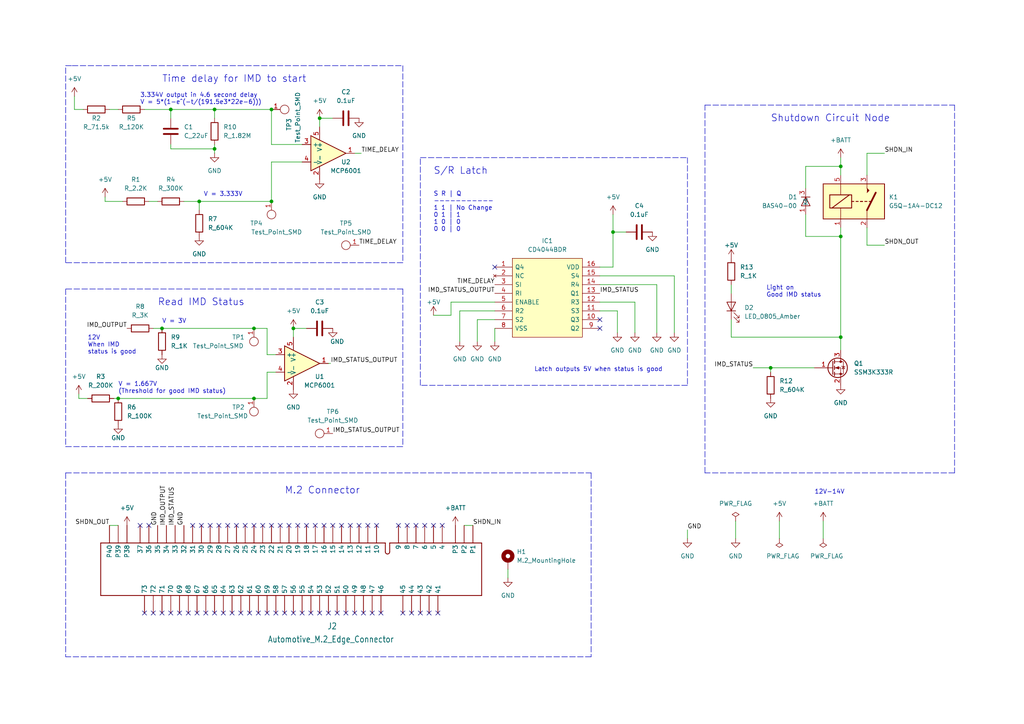
<source format=kicad_sch>
(kicad_sch (version 20211123) (generator eeschema)
  (paper "A4")
  (lib_symbols
    (symbol "formula:Automotive_M.2_Edge_Connector"
      (property "Reference" "J?" (at 1.27 49.53 0))
      (property "Value" "Automotive_M.2_Edge_Connector" (at 7.62 45.72 0))
      (symbol "Automotive_M.2_Edge_Connector_0_1"
        (arc (start -5.0436 15.2415) (mid -4.4198 15.8765) (end -5.0436 16.5115) (stroke (width 0.25)))
        (polyline (pts (xy -7.62 15.24) (xy -5.08 15.24)) (stroke (width 0.25)))
        (polyline (pts (xy -7.62 16.51) (xy -5.08 16.51)) (stroke (width 0.25)))
        (polyline (pts (xy -7.62 43.18) (xy -7.62 16.51)) (stroke (width 0.25)))
        (polyline (pts (xy 7.62 -67.31) (xy -7.62 -67.31)) (stroke (width 0.25)))
      )
      (symbol "Automotive_M.2_Edge_Connector_1_0"
        (polyline (pts (xy -7.62 -67.31) (xy -7.62 15.24)) (stroke (width 0.254)))
        (polyline (pts (xy 7.62 43.18) (xy -7.62 43.18)) (stroke (width 0.254)))
        (polyline (pts (xy 7.62 43.18) (xy 7.62 -67.31)) (stroke (width 0.254)))
        (pin bidirectional line (at -12.7 12.7 0) (length 5.08) (name "10") (number "10"))
        (pin bidirectional line (at -12.7 10.16 0) (length 5.08) (name "11") (number "11"))
        (pin bidirectional line (at -12.7 7.62 0) (length 5.08) (name "12") (number "12"))
        (pin bidirectional line (at -12.7 5.08 0) (length 5.08) (name "13") (number "13"))
        (pin bidirectional line (at -12.7 2.54 0) (length 5.08) (name "14") (number "14"))
        (pin bidirectional line (at -12.7 0 0) (length 5.08) (name "15") (number "15"))
        (pin bidirectional line (at -12.7 -2.54 0) (length 5.08) (name "16") (number "16"))
        (pin bidirectional line (at -12.7 -5.08 0) (length 5.08) (name "17") (number "17"))
        (pin bidirectional line (at -12.7 -7.62 0) (length 5.08) (name "18") (number "18"))
        (pin bidirectional line (at -12.7 -10.16 0) (length 5.08) (name "19") (number "19"))
        (pin bidirectional line (at -12.7 -12.7 0) (length 5.08) (name "20") (number "20"))
        (pin bidirectional line (at -12.7 -15.24 0) (length 5.08) (name "21") (number "21"))
        (pin bidirectional line (at -12.7 -17.78 0) (length 5.08) (name "22") (number "22"))
        (pin bidirectional line (at -12.7 -20.32 0) (length 5.08) (name "23") (number "23"))
        (pin bidirectional line (at -12.7 -22.86 0) (length 5.08) (name "24") (number "24"))
        (pin bidirectional line (at -12.7 -25.4 0) (length 5.08) (name "25") (number "25"))
        (pin bidirectional line (at -12.7 -27.94 0) (length 5.08) (name "26") (number "26"))
        (pin bidirectional line (at -12.7 -30.48 0) (length 5.08) (name "27") (number "27"))
        (pin bidirectional line (at -12.7 -33.02 0) (length 5.08) (name "28") (number "28"))
        (pin bidirectional line (at -12.7 -35.56 0) (length 5.08) (name "29") (number "29"))
        (pin bidirectional line (at -12.7 -38.1 0) (length 5.08) (name "30") (number "30"))
        (pin bidirectional line (at -12.7 -40.64 0) (length 5.08) (name "31") (number "31"))
        (pin bidirectional line (at -12.7 -43.18 0) (length 5.08) (name "32") (number "32"))
        (pin bidirectional line (at -12.7 -45.72 0) (length 5.08) (name "33") (number "33"))
        (pin bidirectional line (at -12.7 -48.26 0) (length 5.08) (name "34") (number "34"))
        (pin bidirectional line (at -12.7 -50.8 0) (length 5.08) (name "35") (number "35"))
        (pin bidirectional line (at -12.7 -53.34 0) (length 5.08) (name "36") (number "36"))
        (pin bidirectional line (at -12.7 -55.88 0) (length 5.08) (name "37") (number "37"))
        (pin bidirectional line (at -12.7 31.75 0) (length 5.08) (name "4") (number "4"))
        (pin bidirectional line (at 12.7 30.48 180) (length 5.08) (name "41") (number "41"))
        (pin bidirectional line (at 12.7 27.94 180) (length 5.08) (name "42") (number "42"))
        (pin bidirectional line (at 12.7 25.4 180) (length 5.08) (name "43") (number "43"))
        (pin bidirectional line (at 12.7 22.86 180) (length 5.08) (name "44") (number "44"))
        (pin bidirectional line (at 12.7 20.32 180) (length 5.08) (name "45") (number "45"))
        (pin bidirectional line (at 12.7 13.97 180) (length 5.08) (name "46") (number "46"))
        (pin bidirectional line (at 12.7 11.43 180) (length 5.08) (name "47") (number "47"))
        (pin bidirectional line (at 12.7 8.89 180) (length 5.08) (name "48") (number "48"))
        (pin bidirectional line (at 12.7 6.35 180) (length 5.08) (name "49") (number "49"))
        (pin bidirectional line (at -12.7 29.21 0) (length 5.08) (name "5") (number "5"))
        (pin bidirectional line (at 12.7 3.81 180) (length 5.08) (name "50") (number "50"))
        (pin bidirectional line (at 12.7 1.27 180) (length 5.08) (name "51") (number "51"))
        (pin bidirectional line (at 12.7 -1.27 180) (length 5.08) (name "52") (number "52"))
        (pin bidirectional line (at 12.7 -3.81 180) (length 5.08) (name "53") (number "53"))
        (pin bidirectional line (at 12.7 -6.35 180) (length 5.08) (name "54") (number "54"))
        (pin bidirectional line (at 12.7 -8.89 180) (length 5.08) (name "55") (number "55"))
        (pin bidirectional line (at 12.7 -11.43 180) (length 5.08) (name "56") (number "56"))
        (pin bidirectional line (at 12.7 -13.97 180) (length 5.08) (name "57") (number "57"))
        (pin bidirectional line (at 12.7 -16.51 180) (length 5.08) (name "58") (number "58"))
        (pin bidirectional line (at 12.7 -19.05 180) (length 5.08) (name "59") (number "59"))
        (pin bidirectional line (at -12.7 26.67 0) (length 5.08) (name "6") (number "6"))
        (pin bidirectional line (at 12.7 -21.59 180) (length 5.08) (name "60") (number "60"))
        (pin bidirectional line (at 12.7 -24.13 180) (length 5.08) (name "61") (number "61"))
        (pin bidirectional line (at 12.7 -26.67 180) (length 5.08) (name "62") (number "62"))
        (pin bidirectional line (at 12.7 -29.21 180) (length 5.08) (name "63") (number "63"))
        (pin bidirectional line (at 12.7 -31.75 180) (length 5.08) (name "64") (number "64"))
        (pin bidirectional line (at 12.7 -34.29 180) (length 5.08) (name "65") (number "65"))
        (pin bidirectional line (at 12.7 -36.83 180) (length 5.08) (name "66") (number "66"))
        (pin bidirectional line (at 12.7 -39.37 180) (length 5.08) (name "67") (number "67"))
        (pin bidirectional line (at 12.7 -41.91 180) (length 5.08) (name "68") (number "68"))
        (pin bidirectional line (at 12.7 -44.45 180) (length 5.08) (name "69") (number "69"))
        (pin bidirectional line (at -12.7 24.13 0) (length 5.08) (name "7") (number "7"))
        (pin bidirectional line (at 12.7 -46.99 180) (length 5.08) (name "70") (number "70"))
        (pin bidirectional line (at 12.7 -49.53 180) (length 5.08) (name "71") (number "71"))
        (pin bidirectional line (at 12.7 -52.07 180) (length 5.08) (name "72") (number "72"))
        (pin bidirectional line (at 12.7 -54.61 180) (length 5.08) (name "73") (number "73"))
        (pin bidirectional line (at -12.7 21.59 0) (length 5.08) (name "8") (number "8"))
        (pin bidirectional line (at -12.7 19.05 0) (length 5.08) (name "9") (number "9"))
        (pin bidirectional line (at -12.7 40.64 0) (length 5.08) (name "P1") (number "P1"))
        (pin bidirectional line (at -12.7 38.1 0) (length 5.08) (name "P2") (number "P2"))
        (pin bidirectional line (at -12.7 35.56 0) (length 5.08) (name "P3") (number "P3"))
        (pin bidirectional line (at -12.7 -59.69 0) (length 5.08) (name "P38") (number "P38"))
        (pin bidirectional line (at -12.7 -62.23 0) (length 5.08) (name "P39") (number "P39"))
        (pin bidirectional line (at -12.7 -64.77 0) (length 5.08) (name "P40") (number "P40"))
      )
    )
    (symbol "formula:BAS40-00" (pin_names (offset 1.016))
      (property "Reference" "D" (at 0 2.54 0))
      (property "Value" "BAS40-00" (at 0 -2.54 0))
      (symbol "BAS40-00_1_1"
        (polyline (pts (xy -1.27 1.27) (xy -1.27 -1.27)) (stroke (width 0.2032)))
        (polyline (pts (xy 1.27 0) (xy -1.27 0)))
        (polyline (pts (xy 1.27 1.27) (xy 1.27 -1.27) (xy -1.27 0) (xy 1.27 1.27)) (stroke (width 0.2032)))
        (pin passive line (at 3.81 0 180) (length 2.54) (name "A") (number "1"))
        (pin passive line (at -3.81 0 0) (length 2.54) (name "K") (number "3"))
      )
    )
    (symbol "formula:CD4044BDR" (pin_names (offset 0.762))
      (property "Reference" "IC" (at 26.67 7.62 0))
      (property "Value" "CD4044BDR" (at 26.67 5.08 0))
      (symbol "CD4044BDR_0_0"
        (pin passive line (at 0 0 0) (length 5.08) (name "Q4") (number "1"))
        (pin passive line (at 30.48 -15.24 180) (length 5.08) (name "Q3") (number "10"))
        (pin passive line (at 30.48 -12.7 180) (length 5.08) (name "S3") (number "11"))
        (pin passive line (at 30.48 -10.16 180) (length 5.08) (name "R3") (number "12"))
        (pin passive line (at 30.48 -7.62 180) (length 5.08) (name "Q1") (number "13"))
        (pin passive line (at 30.48 -5.08 180) (length 5.08) (name "R4") (number "14"))
        (pin passive line (at 30.48 -2.54 180) (length 5.08) (name "S4") (number "15"))
        (pin passive line (at 30.48 0 180) (length 5.08) (name "VDD") (number "16"))
        (pin no_connect line (at 0 -2.54 0) (length 5.08) (name "NC") (number "2"))
        (pin passive line (at 0 -5.08 0) (length 5.08) (name "SI") (number "3"))
        (pin passive line (at 0 -7.62 0) (length 5.08) (name "RI") (number "4"))
        (pin passive line (at 0 -10.16 0) (length 5.08) (name "ENABLE") (number "5"))
        (pin passive line (at 0 -12.7 0) (length 5.08) (name "R2") (number "6"))
        (pin passive line (at 0 -15.24 0) (length 5.08) (name "S2") (number "7"))
        (pin passive line (at 0 -17.78 0) (length 5.08) (name "VSS") (number "8"))
        (pin passive line (at 30.48 -17.78 180) (length 5.08) (name "Q2") (number "9"))
      )
      (symbol "CD4044BDR_0_1"
        (polyline (pts (xy 5.08 2.54) (xy 25.4 2.54) (xy 25.4 -20.32) (xy 5.08 -20.32) (xy 5.08 2.54)) (stroke (width 0.1524)) (fill (type background)))
      )
    )
    (symbol "OEM:0.1uF" (pin_numbers hide) (pin_names (offset 0.254))
      (property "Reference" "C" (at 0.635 2.54 0))
      (property "Value" "0.1uF" (at 0.635 -2.54 0))
      (symbol "0.1uF_0_1"
        (polyline (pts (xy -2.032 -0.762) (xy 2.032 -0.762)) (stroke (width 0.508)))
        (polyline (pts (xy -2.032 0.762) (xy 2.032 0.762)) (stroke (width 0.508)))
      )
      (symbol "0.1uF_1_1"
        (pin passive line (at 0 3.81 270) (length 2.794) (name "~") (number "1"))
        (pin passive line (at 0 -3.81 90) (length 2.794) (name "~") (number "2"))
      )
    )
    (symbol "formula:C_22uF" (pin_numbers hide) (pin_names (offset 0.254))
      (property "Reference" "C" (at 0.635 2.54 0))
      (property "Value" "C_22uF" (at 0.635 -2.54 0))
      (symbol "C_22uF_0_1"
        (polyline (pts (xy -2.032 -0.762) (xy 2.032 -0.762)) (stroke (width 0.508)))
        (polyline (pts (xy -2.032 0.762) (xy 2.032 0.762)) (stroke (width 0.508)))
      )
      (symbol "C_22uF_1_1"
        (pin passive line (at 0 3.81 270) (length 2.794) (name "~") (number "1"))
        (pin passive line (at 0 -3.81 90) (length 2.794) (name "~") (number "2"))
      )
    )
    (symbol "formula:G5Q-1A4-DC12" (pin_names (offset 1.016))
      (property "Reference" "K" (at -1.27 12.7 0))
      (property "Value" "G5Q-1A4-DC12" (at 0 -10.16 0))
      (symbol "G5Q-1A4-DC12_1_0"
        (polyline (pts (xy 2.54 3.81) (xy 2.54 5.08)))
      )
      (symbol "G5Q-1A4-DC12_1_1"
        (rectangle (start -10.16 5.08) (end 7.62 -5.08) (stroke (width 0.254)) (fill (type background)))
        (rectangle (start -8.255 1.905) (end -1.905 -1.905) (stroke (width 0.254)))
        (polyline (pts (xy -7.62 -1.905) (xy -2.54 1.905)) (stroke (width 0.254)))
        (polyline (pts (xy -5.08 -5.08) (xy -5.08 -1.905)))
        (polyline (pts (xy -5.08 5.08) (xy -5.08 1.905)))
        (polyline (pts (xy -1.905 0) (xy -1.27 0)) (stroke (width 0.254)))
        (polyline (pts (xy -0.635 0) (xy 0 0)) (stroke (width 0.254)))
        (polyline (pts (xy 0.635 0) (xy 1.27 0)) (stroke (width 0.254)))
        (polyline (pts (xy 0.635 0) (xy 1.27 0)) (stroke (width 0.254)))
        (polyline (pts (xy 1.905 0) (xy 2.54 0)) (stroke (width 0.254)))
        (polyline (pts (xy 2.54 -2.54) (xy 2.54 -5.08)))
        (polyline (pts (xy 2.54 -2.54) (xy 5.08 2.54)) (stroke (width 0.508)))
        (polyline (pts (xy 3.175 0) (xy 3.81 0)) (stroke (width 0.254)))
        (polyline (pts (xy 2.54 2.54) (xy 3.175 3.175) (xy 2.54 3.81)) (fill (type outline)))
        (pin passive line (at -5.08 -7.62 90) (length 2.54) (name "~") (number "1"))
        (pin passive line (at 2.54 -7.62 90) (length 2.54) (name "~") (number "2"))
        (pin passive line (at 2.54 7.62 270) (length 2.54) (name "~") (number "3"))
        (pin passive line (at -5.08 7.62 270) (length 2.54) (name "~") (number "5"))
      )
    )
    (symbol "formula:LED_0805_Amber" (pin_numbers hide) (pin_names (offset 1.016) hide)
      (property "Reference" "D" (at 0 -2.54 0))
      (property "Value" "LED_0805_Amber" (at 0 2.54 0))
      (symbol "LED_0805_Amber_0_1"
        (polyline (pts (xy -1.27 -1.27) (xy -1.27 1.27)) (stroke (width 0.2032)))
        (polyline (pts (xy -1.27 0) (xy 1.27 0)))
        (polyline (pts (xy 1.27 -1.27) (xy 1.27 1.27) (xy -1.27 0) (xy 1.27 -1.27)) (stroke (width 0.2032)))
        (polyline (pts (xy -3.048 -0.762) (xy -4.572 -2.286) (xy -3.81 -2.286) (xy -4.572 -2.286) (xy -4.572 -1.524)))
        (polyline (pts (xy -1.778 -0.762) (xy -3.302 -2.286) (xy -2.54 -2.286) (xy -3.302 -2.286) (xy -3.302 -1.524)))
      )
      (symbol "LED_0805_Amber_1_1"
        (pin passive line (at -3.81 0 0) (length 2.54) (name "K") (number "1"))
        (pin passive line (at 3.81 0 180) (length 2.54) (name "A") (number "2"))
      )
    )
    (symbol "formula:M.2_MountingHole" (pin_numbers hide) (pin_names (offset 1.016) hide)
      (property "Reference" "H" (at 0 6.35 0))
      (property "Value" "M.2_MountingHole" (at 0 4.445 0))
      (symbol "M.2_MountingHole_0_1"
        (circle (center 0 1.27) (radius 1.27) (stroke (width 1.27)))
      )
      (symbol "M.2_MountingHole_1_1"
        (pin input line (at 0 -2.54 90) (length 2.54) (name "1") (number "1"))
      )
    )
    (symbol "formula:MCP6001"
      (property "Reference" "U" (at 0 5.08 0))
      (property "Value" "MCP6001" (at 0 -5.08 0))
      (symbol "MCP6001_0_1"
        (polyline (pts (xy -5.08 5.08) (xy 5.08 0) (xy -5.08 -5.08) (xy -5.08 5.08)) (stroke (width 0.254)) (fill (type background)))
        (pin power_in line (at -2.54 -7.62 90) (length 3.81) (name "V-") (number "2"))
        (pin power_in line (at -2.54 7.62 270) (length 3.81) (name "V+") (number "5"))
      )
      (symbol "MCP6001_1_1"
        (pin output line (at 7.62 0 180) (length 2.54) (name "~") (number "1"))
        (pin input line (at -7.62 2.54 0) (length 2.54) (name "+") (number "3"))
        (pin input line (at -7.62 -2.54 0) (length 2.54) (name "-") (number "4"))
      )
    )
    (symbol "formula:R_1.82M" (pin_numbers hide) (pin_names (offset 0))
      (property "Reference" "R" (at 2.032 0 90))
      (property "Value" "R_1.82M" (at -2.54 0 90))
      (symbol "R_1.82M_0_1"
        (rectangle (start -1.016 -2.54) (end 1.016 2.54) (stroke (width 0.254)))
      )
      (symbol "R_1.82M_1_1"
        (pin passive line (at 0 3.81 270) (length 1.27) (name "~") (number "1"))
        (pin passive line (at 0 -3.81 90) (length 1.27) (name "~") (number "2"))
      )
    )
    (symbol "formula:R_100K" (pin_numbers hide) (pin_names (offset 0))
      (property "Reference" "R" (at 2.032 0 90))
      (property "Value" "R_100K" (at -2.54 0 90))
      (symbol "R_100K_0_1"
        (rectangle (start -1.016 -2.54) (end 1.016 2.54) (stroke (width 0.254)))
      )
      (symbol "R_100K_1_1"
        (pin passive line (at 0 3.81 270) (length 1.27) (name "~") (number "1"))
        (pin passive line (at 0 -3.81 90) (length 1.27) (name "~") (number "2"))
      )
    )
    (symbol "formula:R_120K" (pin_numbers hide) (pin_names (offset 0))
      (property "Reference" "R" (at 2.032 0 90))
      (property "Value" "R_120K" (at -2.54 0 90))
      (symbol "R_120K_0_1"
        (rectangle (start -1.016 -2.54) (end 1.016 2.54) (stroke (width 0.254)))
      )
      (symbol "R_120K_1_1"
        (pin passive line (at 0 3.81 270) (length 1.27) (name "~") (number "1"))
        (pin passive line (at 0 -3.81 90) (length 1.27) (name "~") (number "2"))
      )
    )
    (symbol "formula:R_1K" (pin_numbers hide) (pin_names (offset 0))
      (property "Reference" "R" (at 2.032 0 90))
      (property "Value" "R_1K" (at -2.54 0 90))
      (symbol "R_1K_0_1"
        (rectangle (start -1.016 -2.54) (end 1.016 2.54) (stroke (width 0.254)))
      )
      (symbol "R_1K_1_1"
        (pin passive line (at 0 3.81 270) (length 1.27) (name "~") (number "1"))
        (pin passive line (at 0 -3.81 90) (length 1.27) (name "~") (number "2"))
      )
    )
    (symbol "formula:R_2.2K" (pin_numbers hide) (pin_names (offset 0))
      (property "Reference" "R" (at 2.032 0 90))
      (property "Value" "R_2.2K" (at -2.54 0 90))
      (symbol "R_2.2K_0_1"
        (rectangle (start -1.016 -2.54) (end 1.016 2.54) (stroke (width 0.254)))
      )
      (symbol "R_2.2K_1_1"
        (pin passive line (at 0 3.81 270) (length 1.27) (name "~") (number "1"))
        (pin passive line (at 0 -3.81 90) (length 1.27) (name "~") (number "2"))
      )
    )
    (symbol "formula:R_200K" (pin_numbers hide) (pin_names (offset 0))
      (property "Reference" "R" (at 2.032 0 90))
      (property "Value" "R_200K" (at -2.54 0 90))
      (symbol "R_200K_0_1"
        (rectangle (start -1.016 -2.54) (end 1.016 2.54) (stroke (width 0.254)))
      )
      (symbol "R_200K_1_1"
        (pin passive line (at 0 3.81 270) (length 1.27) (name "~") (number "1"))
        (pin passive line (at 0 -3.81 90) (length 1.27) (name "~") (number "2"))
      )
    )
    (symbol "formula:R_300K" (pin_numbers hide) (pin_names (offset 0))
      (property "Reference" "R" (at 2.032 0 90))
      (property "Value" "R_300K" (at -2.54 0 90))
      (symbol "R_300K_0_1"
        (rectangle (start -1.016 -2.54) (end 1.016 2.54) (stroke (width 0.254)))
      )
      (symbol "R_300K_1_1"
        (pin passive line (at 0 3.81 270) (length 1.27) (name "~") (number "1"))
        (pin passive line (at 0 -3.81 90) (length 1.27) (name "~") (number "2"))
      )
    )
    (symbol "formula:R_3K" (pin_numbers hide) (pin_names (offset 0))
      (property "Reference" "R" (at 2.032 0 90))
      (property "Value" "R_3K" (at -2.54 0 90))
      (symbol "R_3K_0_1"
        (rectangle (start -1.016 -2.54) (end 1.016 2.54) (stroke (width 0.254)))
      )
      (symbol "R_3K_1_1"
        (pin passive line (at 0 3.81 270) (length 1.27) (name "~") (number "1"))
        (pin passive line (at 0 -3.81 90) (length 1.27) (name "~") (number "2"))
      )
    )
    (symbol "formula:R_604K" (pin_numbers hide) (pin_names (offset 0))
      (property "Reference" "R" (at 2.032 0 90))
      (property "Value" "R_604K" (at -2.54 0 90))
      (symbol "R_604K_0_1"
        (rectangle (start -1.016 -2.54) (end 1.016 2.54) (stroke (width 0.254)))
      )
      (symbol "R_604K_1_1"
        (pin passive line (at 0 3.81 270) (length 1.27) (name "~") (number "1"))
        (pin passive line (at 0 -3.81 90) (length 1.27) (name "~") (number "2"))
      )
    )
    (symbol "formula:R_71.5k" (pin_numbers hide) (pin_names (offset 0))
      (property "Reference" "R" (at 2.032 0 90))
      (property "Value" "R_71.5k" (at -2.54 0 90))
      (symbol "R_71.5k_0_1"
        (rectangle (start -1.016 -2.54) (end 1.016 2.54) (stroke (width 0.254)))
      )
      (symbol "R_71.5k_1_1"
        (pin passive line (at 0 3.81 270) (length 1.27) (name "~") (number "1"))
        (pin passive line (at 0 -3.81 90) (length 1.27) (name "~") (number "2"))
      )
    )
    (symbol "formula:SSM3K333R" (pin_names (offset 0) hide)
      (property "Reference" "Q" (at 5.08 1.905 0))
      (property "Value" "SSM3K333R" (at 5.08 0 0))
      (symbol "SSM3K333R_0_1"
        (polyline (pts (xy 0.762 -1.778) (xy 2.54 -1.778)))
        (polyline (pts (xy 0.762 -1.27) (xy 0.762 -2.286)) (stroke (width 0.254)))
        (polyline (pts (xy 0.762 0) (xy 2.54 0)))
        (polyline (pts (xy 0.762 0.508) (xy 0.762 -0.508)) (stroke (width 0.254)))
        (polyline (pts (xy 0.762 1.778) (xy 2.54 1.778)))
        (polyline (pts (xy 0.762 2.286) (xy 0.762 1.27)) (stroke (width 0.254)))
        (polyline (pts (xy 2.54 -1.778) (xy 2.54 -2.54)))
        (polyline (pts (xy 2.54 -1.778) (xy 2.54 0)))
        (polyline (pts (xy 2.54 2.54) (xy 2.54 1.778)))
        (polyline (pts (xy 0.254 1.905) (xy 0.254 -1.905) (xy 0.254 -1.905)) (stroke (width 0.254)))
        (polyline (pts (xy 1.016 0) (xy 2.032 0.381) (xy 2.032 -0.381) (xy 1.016 0)) (fill (type outline)))
        (polyline (pts (xy 2.54 -1.778) (xy 3.302 -1.778) (xy 3.302 1.778) (xy 2.54 1.778)))
        (polyline (pts (xy 2.794 0.508) (xy 2.921 0.381) (xy 3.683 0.381) (xy 3.81 0.254)))
        (polyline (pts (xy 3.302 0.381) (xy 2.921 -0.254) (xy 3.683 -0.254) (xy 3.302 0.381)))
        (circle (center 1.651 0) (radius 2.8194) (stroke (width 0.254)))
        (circle (center 2.54 -1.778) (radius 0.2794) (fill (type outline)))
        (circle (center 2.54 1.778) (radius 0.2794) (fill (type outline)))
      )
      (symbol "SSM3K333R_1_1"
        (pin input line (at -5.08 0 0) (length 5.334) (name "G") (number "1"))
        (pin passive line (at 2.54 -5.08 90) (length 2.54) (name "S") (number "2"))
        (pin passive line (at 2.54 5.08 270) (length 2.54) (name "D") (number "3"))
      )
    )
    (symbol "formula:Test_Point_SMD" (pin_names (offset 1.016))
      (property "Reference" "TP" (at 0 7.62 0))
      (property "Value" "Test_Point_SMD" (at 1.27 5.08 0))
      (symbol "Test_Point_SMD_1_1"
        (circle (center 0 2.54) (radius 1.27))
        (pin input line (at 0 -1.27 90) (length 2.54) (name "~") (number "1"))
      )
    )
    (symbol "power:+5V" (power) (pin_names (offset 0))
      (property "Value" "+5V" (at 0 3.556 0))
      (symbol "+5V_0_1"
        (polyline (pts (xy -0.762 1.27) (xy 0 2.54)))
        (polyline (pts (xy 0 0) (xy 0 2.54)))
        (polyline (pts (xy 0 2.54) (xy 0.762 1.27)))
      )
      (symbol "+5V_1_1"
        (pin power_in line (at 0 0 90) (length 0) hide (name "+5V") (number "1"))
      )
    )
    (symbol "power:+BATT" (power) (pin_names (offset 0))
      (property "Value" "+BATT" (at 0 3.556 0))
      (symbol "+BATT_0_1"
        (polyline (pts (xy -0.762 1.27) (xy 0 2.54)))
        (polyline (pts (xy 0 0) (xy 0 2.54)))
        (polyline (pts (xy 0 2.54) (xy 0.762 1.27)))
      )
      (symbol "+BATT_1_1"
        (pin power_in line (at 0 0 90) (length 0) hide (name "+BATT") (number "1"))
      )
    )
    (symbol "power:GND" (power) (pin_names (offset 0))
      (property "Value" "GND" (at 0 -3.81 0))
      (symbol "GND_0_1"
        (polyline (pts (xy 0 0) (xy 0 -1.27) (xy 1.27 -1.27) (xy 0 -2.54) (xy -1.27 -1.27) (xy 0 -1.27)))
      )
      (symbol "GND_1_1"
        (pin power_in line (at 0 0 270) (length 0) hide (name "GND") (number "1"))
      )
    )
    (symbol "power:PWR_FLAG" (power) (pin_numbers hide) (pin_names (offset 0) hide)
      (property "Value" "PWR_FLAG" (at 0 3.81 0))
      (symbol "PWR_FLAG_0_0"
        (pin power_out line (at 0 0 90) (length 0) (name "pwr") (number "1"))
      )
      (symbol "PWR_FLAG_0_1"
        (polyline (pts (xy 0 0) (xy 0 1.27) (xy -1.016 1.905) (xy 0 2.54) (xy 1.016 1.905) (xy 0 1.27)))
      )
    )
  )
  (junction (at 62.23 43.18))
  (junction (at 243.84 48.26))
  (junction (at 73.66 115.57))
  (junction (at 46.99 95.25))
  (junction (at 78.74 58.42))
  (junction (at 92.71 34.29))
  (junction (at 243.84 68.58))
  (junction (at 57.785 58.42))
  (junction (at 78.74 31.75))
  (junction (at 223.52 106.68))
  (junction (at 73.66 95.25))
  (junction (at 49.53 31.75))
  (junction (at 85.09 95.25))
  (junction (at 62.23 31.75))
  (junction (at 177.8 67.31))
  (junction (at 34.29 115.57))
  (junction (at 243.84 97.79))
  (no_connect (at 115.57 152.4))
  (no_connect (at 173.99 95.25))
  (no_connect (at 173.99 92.71))
  (no_connect (at 123.19 152.4))
  (no_connect (at 143.51 77.47))
  (no_connect (at 118.11 152.4))
  (no_connect (at 92.71 177.8))
  (no_connect (at 124.46 177.8))
  (no_connect (at 121.92 177.8))
  (no_connect (at 119.38 177.8))
  (no_connect (at 116.84 177.8))
  (no_connect (at 127 177.8))
  (no_connect (at 69.85 177.8))
  (no_connect (at 67.31 177.8))
  (no_connect (at 72.39 177.8))
  (no_connect (at 95.25 177.8))
  (no_connect (at 107.95 177.8))
  (no_connect (at 100.33 177.8))
  (no_connect (at 102.87 177.8))
  (no_connect (at 110.49 177.8))
  (no_connect (at 105.41 177.8))
  (no_connect (at 97.79 177.8))
  (no_connect (at 87.63 177.8))
  (no_connect (at 90.17 177.8))
  (no_connect (at 80.01 177.8))
  (no_connect (at 82.55 177.8))
  (no_connect (at 85.09 177.8))
  (no_connect (at 74.93 177.8))
  (no_connect (at 77.47 177.8))
  (no_connect (at 44.45 177.8))
  (no_connect (at 49.53 177.8))
  (no_connect (at 41.91 177.8))
  (no_connect (at 46.99 177.8))
  (no_connect (at 52.07 177.8))
  (no_connect (at 62.23 177.8))
  (no_connect (at 57.15 177.8))
  (no_connect (at 59.69 177.8))
  (no_connect (at 54.61 177.8))
  (no_connect (at 64.77 177.8))
  (no_connect (at 128.27 152.4))
  (no_connect (at 125.73 152.4))
  (no_connect (at 43.18 152.4))
  (no_connect (at 40.64 152.4))
  (no_connect (at 71.12 152.4))
  (no_connect (at 73.66 152.4))
  (no_connect (at 76.2 152.4))
  (no_connect (at 78.74 152.4))
  (no_connect (at 81.28 152.4))
  (no_connect (at 109.22 152.4))
  (no_connect (at 106.68 152.4))
  (no_connect (at 104.14 152.4))
  (no_connect (at 101.6 152.4))
  (no_connect (at 99.06 152.4))
  (no_connect (at 96.52 152.4))
  (no_connect (at 93.98 152.4))
  (no_connect (at 91.44 152.4))
  (no_connect (at 88.9 152.4))
  (no_connect (at 86.36 152.4))
  (no_connect (at 83.82 152.4))
  (no_connect (at 68.58 152.4))
  (no_connect (at 58.42 152.4))
  (no_connect (at 55.88 152.4))
  (no_connect (at 66.04 152.4))
  (no_connect (at 63.5 152.4))
  (no_connect (at 60.96 152.4))
  (no_connect (at 120.65 152.4))
  (wire (pts (xy 73.66 95.25) (xy 77.47 95.25)))
  (wire (pts (xy 44.45 95.25) (xy 46.99 95.25)))
  (wire (pts (xy 173.99 77.47) (xy 177.8 77.47)))
  (wire (pts (xy 57.785 58.42) (xy 57.785 60.96)))
  (wire (pts (xy 102.87 44.45) (xy 104.775 44.45)))
  (wire (pts (xy 233.68 68.58) (xy 243.84 68.58)))
  (wire (pts (xy 190.5 82.55) (xy 190.5 96.52)))
  (wire (pts (xy 233.68 48.26) (xy 233.68 54.61)))
  (wire (pts (xy 213.36 151.13) (xy 213.36 156.21)))
  (wire (pts (xy 179.07 90.17) (xy 179.07 96.52)))
  (wire (pts (xy 43.18 58.42) (xy 45.72 58.42)))
  (wire (pts (xy 226.06 151.13) (xy 226.06 156.21)))
  (wire (pts (xy 77.47 95.25) (xy 77.47 102.87)))
  (wire (pts (xy 177.8 67.31) (xy 177.8 77.47)))
  (wire (pts (xy 21.59 27.94) (xy 21.59 31.75)))
  (wire (pts (xy 31.75 31.75) (xy 34.29 31.75)))
  (wire (pts (xy 199.39 153.67) (xy 199.39 156.21)))
  (wire (pts (xy 130.81 91.44) (xy 130.81 87.63)))
  (wire (pts (xy 85.09 95.25) (xy 88.9 95.25)))
  (polyline (pts (xy 121.92 45.72) (xy 199.39 45.72)))
  (wire (pts (xy 243.84 48.26) (xy 243.84 50.8)))
  (wire (pts (xy 173.99 82.55) (xy 190.5 82.55)))
  (wire (pts (xy 34.29 115.57) (xy 73.66 115.57)))
  (wire (pts (xy 62.23 43.18) (xy 62.23 44.45)))
  (polyline (pts (xy 19.05 129.54) (xy 116.84 129.54)))
  (wire (pts (xy 125.73 91.44) (xy 130.81 91.44)))
  (wire (pts (xy 223.52 106.68) (xy 223.52 107.95)))
  (wire (pts (xy 53.34 58.42) (xy 57.785 58.42)))
  (polyline (pts (xy 199.39 45.72) (xy 199.39 111.76)))
  (polyline (pts (xy 19.05 76.2) (xy 19.05 19.05)))
  (polyline (pts (xy 276.86 137.16) (xy 204.47 137.16)))
  (wire (pts (xy 49.53 31.75) (xy 49.53 34.29)))
  (wire (pts (xy 233.68 62.23) (xy 233.68 68.58)))
  (wire (pts (xy 78.74 31.75) (xy 78.74 41.91)))
  (wire (pts (xy 57.785 58.42) (xy 78.74 58.42)))
  (wire (pts (xy 184.15 87.63) (xy 184.15 96.52)))
  (wire (pts (xy 243.84 45.72) (xy 243.84 48.26)))
  (wire (pts (xy 251.46 44.45) (xy 251.46 50.8)))
  (polyline (pts (xy 199.39 111.76) (xy 121.92 111.76)))
  (polyline (pts (xy 19.05 137.16) (xy 171.45 137.16)))
  (wire (pts (xy 92.71 34.29) (xy 92.71 36.83)))
  (wire (pts (xy 223.52 106.68) (xy 236.22 106.68)))
  (wire (pts (xy 33.02 115.57) (xy 34.29 115.57)))
  (wire (pts (xy 49.53 43.18) (xy 62.23 43.18)))
  (polyline (pts (xy 121.92 111.76) (xy 121.92 45.72)))
  (wire (pts (xy 177.8 62.23) (xy 177.8 67.31)))
  (polyline (pts (xy 276.86 30.48) (xy 276.86 137.16)))
  (wire (pts (xy 62.23 41.91) (xy 62.23 43.18)))
  (wire (pts (xy 95.25 105.41) (xy 95.885 105.41)))
  (wire (pts (xy 21.59 31.75) (xy 24.13 31.75)))
  (wire (pts (xy 233.68 48.26) (xy 243.84 48.26)))
  (wire (pts (xy 251.46 71.12) (xy 256.54 71.12)))
  (wire (pts (xy 195.58 80.01) (xy 195.58 96.52)))
  (wire (pts (xy 133.35 90.17) (xy 133.35 99.06)))
  (wire (pts (xy 238.76 151.13) (xy 238.76 156.21)))
  (polyline (pts (xy 116.84 76.2) (xy 19.05 76.2)))
  (wire (pts (xy 243.84 97.79) (xy 243.84 101.6)))
  (wire (pts (xy 49.53 31.75) (xy 62.23 31.75)))
  (wire (pts (xy 49.53 41.91) (xy 49.53 43.18)))
  (wire (pts (xy 134.62 152.4) (xy 137.16 152.4)))
  (wire (pts (xy 177.8 67.31) (xy 181.61 67.31)))
  (wire (pts (xy 41.91 31.75) (xy 49.53 31.75)))
  (polyline (pts (xy 204.47 137.16) (xy 204.47 30.48)))
  (wire (pts (xy 243.84 68.58) (xy 243.84 66.04)))
  (wire (pts (xy 251.46 44.45) (xy 256.54 44.45)))
  (wire (pts (xy 78.74 41.91) (xy 87.63 41.91)))
  (wire (pts (xy 30.48 57.15) (xy 30.48 58.42)))
  (wire (pts (xy 30.48 58.42) (xy 35.56 58.42)))
  (wire (pts (xy 143.51 92.71) (xy 138.43 92.71)))
  (wire (pts (xy 173.99 90.17) (xy 179.07 90.17)))
  (wire (pts (xy 173.99 87.63) (xy 184.15 87.63)))
  (polyline (pts (xy 171.45 190.5) (xy 19.05 190.5)))
  (wire (pts (xy 73.66 115.57) (xy 77.47 115.57)))
  (polyline (pts (xy 19.05 83.82) (xy 19.05 129.54)))
  (wire (pts (xy 173.99 80.01) (xy 195.58 80.01)))
  (wire (pts (xy 85.09 95.25) (xy 85.09 97.79)))
  (polyline (pts (xy 116.84 19.05) (xy 116.84 76.2)))
  (polyline (pts (xy 20.955 19.05) (xy 116.84 19.05)))
  (wire (pts (xy 78.74 46.99) (xy 87.63 46.99)))
  (wire (pts (xy 62.23 31.75) (xy 78.74 31.75)))
  (wire (pts (xy 78.74 46.99) (xy 78.74 58.42)))
  (polyline (pts (xy 116.84 83.82) (xy 116.84 129.54)))
  (wire (pts (xy 92.71 34.29) (xy 96.52 34.29)))
  (wire (pts (xy 130.81 87.63) (xy 143.51 87.63)))
  (wire (pts (xy 77.47 107.95) (xy 80.01 107.95)))
  (wire (pts (xy 212.09 82.55) (xy 212.09 85.09)))
  (polyline (pts (xy 116.84 83.82) (xy 19.05 83.82)))
  (wire (pts (xy 46.99 95.25) (xy 73.66 95.25)))
  (wire (pts (xy 77.47 102.87) (xy 80.01 102.87)))
  (wire (pts (xy 143.51 95.25) (xy 143.51 99.06)))
  (wire (pts (xy 77.47 107.95) (xy 77.47 115.57)))
  (wire (pts (xy 34.29 152.4) (xy 31.75 152.4)))
  (wire (pts (xy 147.32 165.1) (xy 147.32 167.64)))
  (polyline (pts (xy 171.45 137.16) (xy 171.45 190.5)))
  (wire (pts (xy 143.51 90.17) (xy 133.35 90.17)))
  (wire (pts (xy 138.43 92.71) (xy 138.43 99.06)))
  (wire (pts (xy 243.84 97.79) (xy 212.09 97.79)))
  (wire (pts (xy 22.86 115.57) (xy 25.4 115.57)))
  (polyline (pts (xy 204.47 30.48) (xy 276.86 30.48)))
  (polyline (pts (xy 19.05 137.16) (xy 19.05 190.5)))
  (wire (pts (xy 22.86 114.3) (xy 22.86 115.57)))
  (wire (pts (xy 212.09 92.71) (xy 212.09 97.79)))
  (wire (pts (xy 62.23 31.75) (xy 62.23 34.29)))
  (wire (pts (xy 218.44 106.68) (xy 223.52 106.68)))
  (polyline (pts (xy 19.05 19.05) (xy 20.955 19.05)))
  (wire (pts (xy 251.46 66.04) (xy 251.46 71.12)))
  (wire (pts (xy 243.84 68.58) (xy 243.84 97.79)))
  (text "Time delay for IMD to start" (at 46.99 24.13 0) (effects (font (size 2 2)) (justify left bottom)))
  (text "Read IMD Status" (at 45.72 88.9 0) (effects (font (size 2 2)) (justify left bottom)))
  (text "Latch outputs 5V when status is good" (at 154.94 107.95 0) (effects (font (size 1.27 1.27)) (justify left bottom)))
  (text "S R | Q\n-----------\n1 1 | No Change\n0 1 | 1\n1 0 | 0\n0 0 | 0" (at 125.73 67.31 0) (effects (font (size 1.27 1.27)) (justify left bottom)))
  (text "V = 1.667V\n(Threshold for good IMD status)" (at 34.29 114.3 0) (effects (font (size 1.27 1.27)) (justify left bottom)))
  (text "V = 3V" (at 46.99 93.98 0) (effects (font (size 1.27 1.27)) (justify left bottom)))
  (text "Shutdown Circuit Node" (at 223.52 35.56 0) (effects (font (size 2 2)) (justify left bottom)))
  (text "12V-14V" (at 236.22 143.51 0) (effects (font (size 1.27 1.27)) (justify left bottom)))
  (text "12V\nWhen IMD\nstatus is good" (at 25.4 102.87 0) (effects (font (size 1.27 1.27)) (justify left bottom)))
  (text "V = 3.333V" (at 59.055 57.15 0) (effects (font (size 1.27 1.27)) (justify left bottom)))
  (text "M.2 Connector" (at 82.55 143.51 0) (effects (font (size 2 2)) (justify left bottom)))
  (text "S/R Latch" (at 125.73 50.8 0) (effects (font (size 2 2)) (justify left bottom)))
  (text "Light on\nGood IMD status" (at 222.25 86.36 0) (effects (font (size 1.27 1.27)) (justify left bottom)))
  (text "3.334V output in 4.6 second delay\nV = 5*(1-e^(-t/(191.5e3*22e-6)))" (at 40.64 30.48 0) (effects (font (size 1.27 1.27)) (justify left bottom)))
  (label "GND" (at 53.34 152.4 90))
  (label "IMD_STATUS_OUTPUT" (at 95.885 105.41 0))
  (label "GND" (at 199.39 153.67 0))
  (label "SHDN_OUT" (at 31.75 152.4 180))
  (label "IMD_STATUS" (at 50.8 152.4 90))
  (label "TIME_DELAY" (at 104.14 71.12 0))
  (label "IMD_STATUS" (at 218.44 106.68 180))
  (label "IMD_STATUS_OUTPUT" (at 96.52 125.73 0))
  (label "TIME_DELAY" (at 143.51 82.55 180))
  (label "IMD_OUTPUT" (at 36.83 95.25 180))
  (label "SHDN_IN" (at 256.54 44.45 0))
  (label "IMD_OUTPUT" (at 48.26 152.4 90))
  (label "TIME_DELAY" (at 104.775 44.45 0))
  (label "IMD_STATUS" (at 173.99 85.09 0))
  (label "SHDN_OUT" (at 256.54 71.12 0))
  (label "SHDN_IN" (at 137.16 152.4 0))
  (label "IMD_STATUS_OUTPUT" (at 143.51 85.09 180))
  (label "GND" (at 45.72 152.4 90))
  (symbol (lib_id "power:GND") (at 179.07 96.52 0) (unit 1)
    (property "Reference" "#PWR?" (effects hide))
    (property "Value" "GND" (at 179.07 101.6 0))
  )
  (symbol (lib_id "formula:R_2.2K") (at 39.37 58.42 90) (unit 1)
    (property "Reference" "R1" (at 39.37 52.07 90))
    (property "Value" "R_2.2K" (at 39.37 54.61 90))
    (property "Footprint" "footprints:R_0603_1608Metric" (effects hide))
    (property "Datasheet" "https://www.seielect.com/Catalog/SEI-RMCF_RMCP.pdf" (effects hide))
    (property "MFN" "DK" (effects hide))
    (property "MPN" "RMCF0805FT2K20CT-ND" (effects hide))
    (property "PurchasingLink" "https://www.digikey.com/product-detail/en/stackpole-electronics-inc/RMCF0805FT2K20/RMCF0805FT2K20CT-ND/1942387" (effects hide))
  )
  (symbol (lib_id "formula:LED_0805_Amber") (at 212.09 88.9 90) (unit 1)
    (property "Reference" "D2" (at 215.9 89.2301 90) (effects (justify right)))
    (property "Value" "LED_0805_Amber" (at 215.9 91.7701 90) (effects (justify right)))
    (property "Footprint" "footprints:LED_0805_OEM" (effects hide))
    (property "Datasheet" "https://media.digikey.com/pdf/Data%20Sheets/Chicago%20Miniature%20Lamps%20PDFs/CMDA5_Series_Rev_Aug_2014.pdf" (effects hide))
    (property "MFN" "DK" (effects hide))
    (property "MPN" "L71517CT-ND" (effects hide))
    (property "PurchasingLink" "https://www.digikey.com/product-detail/en/visual-communications-company-vcc/CMDA5DY7D1S/L71517CT-ND/614867" (effects hide))
  )
  (symbol (lib_id "formula:R_1K") (at 212.09 78.74 0) (unit 1)
    (property "Reference" "R13" (at 214.63 77.4699 0) (effects (justify left)))
    (property "Value" "R_1K" (at 214.63 80.0099 0) (effects (justify left)))
    (property "Footprint" "footprints:R_0603_1608Metric" (effects hide))
    (property "Datasheet" "https://www.seielect.com/Catalog/SEI-rncp.pdf" (effects hide))
    (property "MFN" "DK" (effects hide))
    (property "MPN" "RNCP0805FTD1K00CT-ND" (effects hide))
    (property "PurchasingLink" "https://www.digikey.com/products/en?keywords=RNCP0805FTD1K00CT-ND" (effects hide))
  )
  (symbol (lib_id "power:GND") (at 46.99 102.87 0) (unit 1)
    (property "Reference" "#PWR?" (effects hide))
    (property "Value" "GND" (at 46.99 106.68 0))
  )
  (symbol (lib_id "power:+5V") (at 212.09 74.93 0) (unit 1)
    (property "Reference" "#PWR?" (effects hide))
    (property "Value" "+5V" (at 212.09 71.12 0))
  )
  (symbol (lib_id "power:+5V") (at 226.06 151.13 0) (unit 1)
    (property "Reference" "#PWR?" (effects hide))
    (property "Value" "+5V" (at 226.06 146.05 0))
  )
  (symbol (lib_id "OEM:0.1uF") (at 92.71 95.25 90) (unit 1)
    (property "Reference" "C3" (at 92.71 87.63 90))
    (property "Value" "0.1uF" (at 92.71 90.17 90))
    (property "Footprint" "OEM:C_0603" (effects hide))
    (property "Datasheet" "http://datasheets.avx.com/X7RDielectric.pdf" (effects hide))
    (property "MFN" "DK" (effects hide))
    (property "MPN" "478-3352-1-ND" (effects hide))
    (property "PurchasingLink" "https://www.digikey.com/products/en?keywords=478-3352-1-ND" (effects hide))
  )
  (symbol (lib_id "power:+5V") (at 36.83 152.4 0) (unit 1)
    (property "Reference" "#PWR?" (effects hide))
    (property "Value" "+5V" (at 36.83 147.32 0))
  )
  (symbol (lib_id "power:GND") (at 189.23 67.31 0) (unit 1)
    (property "Reference" "#PWR?" (effects hide))
    (property "Value" "GND" (at 189.23 72.39 0))
  )
  (symbol (lib_id "power:+5V") (at 92.71 34.29 0) (unit 1)
    (property "Reference" "#PWR?" (effects hide))
    (property "Value" "+5V" (at 92.71 29.21 0))
  )
  (symbol (lib_id "formula:R_3K") (at 40.64 95.25 90) (unit 1)
    (property "Reference" "R8" (at 40.64 88.9 90))
    (property "Value" "R_3K" (at 40.64 91.44 90))
    (property "Footprint" "footprints:R_0603_1608Metric" (effects hide))
    (property "Datasheet" "https://www.seielect.com/Catalog/SEI-RMCF_RMCP.pdf" (effects hide))
    (property "MFN" "DK" (effects hide))
    (property "MPN" "RMCF0805FT3K00CT-ND" (effects hide))
    (property "PurchasingLink" "https://www.digikey.com/product-detail/en/stackpole-electronics-inc/RMCF0805FT3K00/RMCF0805FT3K00CT-ND/2418389" (effects hide))
  )
  (symbol (lib_id "formula:Test_Point_SMD") (at 80.01 31.75 270) (unit 1)
    (property "Reference" "TP3" (at 83.8201 34.29 0) (effects (justify left)))
    (property "Value" "Test_Point_SMD" (at 86.36 26.67 0) (effects (justify left)))
    (property "Footprint" "footprints:Test_Point_SMD" (effects hide))
  )
  (symbol (lib_id "formula:R_200K") (at 29.21 115.57 90) (unit 1)
    (property "Reference" "R3" (at 29.21 109.22 90))
    (property "Value" "R_200K" (at 29.21 111.76 90))
    (property "Footprint" "footprints:R_0603_1608Metric" (effects hide))
    (property "MFN" "DK" (effects hide))
    (property "MPN" "P300KDACT-ND" (effects hide))
  )
  (symbol (lib_id "power:+5V") (at 85.09 95.25 0) (unit 1)
    (property "Reference" "#PWR?" (effects hide))
    (property "Value" "+5V" (at 85.09 90.17 0))
  )
  (symbol (lib_id "formula:Test_Point_SMD") (at 95.25 125.73 90) (unit 1)
    (property "Reference" "TP6" (at 96.52 119.38 90))
    (property "Value" "Test_Point_SMD" (at 96.52 121.92 90))
    (property "Footprint" "footprints:Test_Point_SMD" (effects hide))
  )
  (symbol (lib_id "formula:Test_Point_SMD") (at 78.74 59.69 180) (unit 1)
    (property "Reference" "TP4" (at 76.2 64.77 0) (effects (justify left)))
    (property "Value" "Test_Point_SMD" (at 87.63 67.31 0) (effects (justify left)))
    (property "Footprint" "footprints:Test_Point_SMD" (effects hide))
  )
  (symbol (lib_id "power:GND") (at 223.52 115.57 0) (unit 1)
    (property "Reference" "#PWR?" (effects hide))
    (property "Value" "GND" (at 223.52 120.65 0))
  )
  (symbol (lib_id "power:GND") (at 138.43 99.06 0) (unit 1)
    (property "Reference" "#PWR?" (effects hide))
    (property "Value" "GND" (at 138.43 104.14 0))
  )
  (symbol (lib_id "power:PWR_FLAG") (at 226.06 156.21 180) (unit 1)
    (property "Reference" "#FLG?" (effects hide))
    (property "Value" "PWR_FLAG" (at 222.25 161.29 0) (effects (justify right)))
  )
  (symbol (lib_id "power:+5V") (at 22.86 114.3 0) (unit 1)
    (property "Reference" "#PWR?" (effects hide))
    (property "Value" "+5V" (at 22.86 109.22 0))
  )
  (symbol (lib_id "power:GND") (at 143.51 99.06 0) (unit 1)
    (property "Reference" "#PWR?" (effects hide))
    (property "Value" "GND" (at 143.51 104.14 0))
  )
  (symbol (lib_id "formula:Automotive_M.2_Edge_Connector") (at 96.52 165.1 270) (unit 1)
    (property "Reference" "J2" (at 97.79 181.61 90) (effects (font (size 1.778 1.5113)) (justify right)))
    (property "Value" "Automotive_M.2_Edge_Connector" (at 114.3 185.42 90) (effects (font (size 1.778 1.5113)) (justify right)))
    (property "Footprint" "footprints:Automotive_M.2_Edge_Connector" (effects hide))
  )
  (symbol (lib_id "power:+BATT") (at 132.08 152.4 0) (unit 1)
    (property "Reference" "#PWR?" (effects hide))
    (property "Value" "+BATT" (at 132.08 147.32 0))
  )
  (symbol (lib_id "power:+BATT") (at 243.84 45.72 0) (unit 1)
    (property "Reference" "#PWR?" (effects hide))
    (property "Value" "+BATT" (at 243.84 40.64 0))
  )
  (symbol (lib_id "OEM:0.1uF") (at 185.42 67.31 90) (unit 1)
    (property "Reference" "C4" (at 185.42 59.69 90))
    (property "Value" "0.1uF" (at 185.42 62.23 90))
    (property "Footprint" "OEM:C_0603" (effects hide))
    (property "Datasheet" "http://datasheets.avx.com/X7RDielectric.pdf" (effects hide))
    (property "MFN" "DK" (effects hide))
    (property "MPN" "478-3352-1-ND" (effects hide))
    (property "PurchasingLink" "https://www.digikey.com/products/en?keywords=478-3352-1-ND" (effects hide))
  )
  (symbol (lib_id "OEM:0.1uF") (at 100.33 34.29 90) (unit 1)
    (property "Reference" "C2" (at 100.33 26.67 90))
    (property "Value" "0.1uF" (at 100.33 29.21 90))
    (property "Footprint" "OEM:C_0603" (effects hide))
    (property "Datasheet" "http://datasheets.avx.com/X7RDielectric.pdf" (effects hide))
    (property "MFN" "DK" (effects hide))
    (property "MPN" "478-3352-1-ND" (effects hide))
    (property "PurchasingLink" "https://www.digikey.com/products/en?keywords=478-3352-1-ND" (effects hide))
  )
  (symbol (lib_id "power:GND") (at 184.15 96.52 0) (unit 1)
    (property "Reference" "#PWR?" (effects hide))
    (property "Value" "GND" (at 184.15 101.6 0))
  )
  (symbol (lib_id "power:GND") (at 85.09 113.03 0) (unit 1)
    (property "Reference" "#PWR?" (effects hide))
    (property "Value" "GND" (at 85.09 118.11 0))
  )
  (symbol (lib_id "power:+5V") (at 125.73 91.44 0) (unit 1)
    (property "Reference" "#PWR?" (effects hide))
    (property "Value" "+5V" (at 125.73 87.63 0))
  )
  (symbol (lib_id "formula:SSM3K333R") (at 241.3 106.68 0) (unit 1)
    (property "Reference" "Q1" (at 247.65 105.4099 0) (effects (justify left)))
    (property "Value" "SSM3K333R" (at 247.65 107.9499 0) (effects (justify left)))
    (property "Footprint" "footprints:SOT-23F" (effects hide))
    (property "Datasheet" "https://drive.google.com/drive/folders/0B-V-iZf33Y4GNzhDQTJZanJRbVk" (effects hide))
    (property "MFN" "DK" (effects hide))
    (property "MPN" "SSM3K333RLFCT-ND" (effects hide))
    (property "PurchasingLink" "https://www.digikey.com/product-detail/en/toshiba-semiconductor-and-storage/SSM3K333RLF/SSM3K333RLFCT-ND/3522391" (effects hide))
  )
  (symbol (lib_id "formula:R_100K") (at 34.29 119.38 180) (unit 1)
    (property "Reference" "R6" (at 36.83 118.1099 0) (effects (justify right)))
    (property "Value" "R_100K" (at 36.83 120.6499 0) (effects (justify right)))
    (property "Footprint" "footprints:R_0603_1608Metric" (effects hide))
    (property "Datasheet" "https://industrial.panasonic.com/cdbs/www-data/pdf/RDA0000/AOA0000C304.pdf" (effects hide))
    (property "MFN" "DK" (effects hide))
    (property "MPN" "P100KCCT-ND" (effects hide))
    (property "PurchasingLink" "https://www.digikey.com/product-detail/en/panasonic-electronic-components/ERJ-6ENF1003V/P100KCCT-ND/119551" (effects hide))
  )
  (symbol (lib_id "formula:R_604K") (at 57.785 64.77 0) (unit 1)
    (property "Reference" "R7" (at 60.325 63.4999 0) (effects (justify left)))
    (property "Value" "R_604K" (at 60.325 66.0399 0) (effects (justify left)))
    (property "Footprint" "footprints:R_0603_1608Metric" (effects hide))
    (property "Datasheet" "https://www.seielect.com/Catalog/SEI-RMCF_RMCP.pdf" (effects hide))
    (property "MFN" "DK" (effects hide))
    (property "MPN" "RMCF0805FT604KCT-ND" (effects hide))
    (property "PurchasingLink" "https://www.digikey.com/product-detail/en/stackpole-electronics-inc/RMCF0805FT604K/RMCF0805FT604KCT-ND/4425214" (effects hide))
  )
  (symbol (lib_id "power:GND") (at 243.84 111.76 0) (unit 1)
    (property "Reference" "#PWR?" (effects hide))
    (property "Value" "GND" (at 243.84 116.84 0))
  )
  (symbol (lib_id "power:GND") (at 213.36 156.21 0) (unit 1)
    (property "Reference" "#PWR?" (effects hide))
    (property "Value" "GND" (at 213.36 161.29 0))
  )
  (symbol (lib_id "formula:CD4044BDR") (at 143.51 77.47 0) (unit 1)
    (property "Reference" "IC1" (at 158.75 69.85 0))
    (property "Value" "CD4044BDR" (at 158.75 72.39 0))
    (property "Footprint" "footprints:SOIC127P600X175-16N" (effects hide))
    (property "Datasheet" "http://www.ti.com/lit/ds/symlink/cd4043b.pdf" (effects hide))
    (property "Description" "TEXAS INSTRUMENTS - CD4044BDR - SR LATCH, QUAD, 3-STATE O/P, SOIC-16" (effects hide))
    (property "Height" "1.75" (effects hide))
    (property "Mouser Part Number" "595-CD4044BDR" (effects hide))
    (property "Mouser Price/Stock" "https://www.mouser.co.uk/ProductDetail/Texas-Instruments/CD4044BDR?qs=LSR%252BNeaw%2FwCYur1174DbLw%3D%3D" (effects hide))
    (property "Manufacturer_Name" "Texas Instruments" (effects hide))
    (property "Manufacturer_Part_Number" "CD4044BDR" (effects hide))
    (property "Purchasing_Link" "https://www.mouser.com/ProductDetail/Texas-Instruments/CD4044BDR?qs=LSR%252BNeaw%2FwCYur1174DbLw%3D%3D" (effects hide))
  )
  (symbol (lib_id "power:+5V") (at 177.8 62.23 0) (unit 1)
    (property "Reference" "#PWR?" (effects hide))
    (property "Value" "+5V" (at 177.8 57.15 0))
  )
  (symbol (lib_id "power:GND") (at 147.32 167.64 0) (unit 1)
    (property "Reference" "#PWR?" (effects hide))
    (property "Value" "GND" (at 147.32 172.72 0))
  )
  (symbol (lib_id "power:GND") (at 133.35 99.06 0) (unit 1)
    (property "Reference" "#PWR?" (effects hide))
    (property "Value" "GND" (at 133.35 104.14 0))
  )
  (symbol (lib_id "power:GND") (at 96.52 95.25 0) (unit 1)
    (property "Reference" "#PWR?" (effects hide))
    (property "Value" "GND" (at 97.79 99.06 0))
  )
  (symbol (lib_id "power:GND") (at 62.23 44.45 0) (unit 1)
    (property "Reference" "#PWR?" (effects hide))
    (property "Value" "GND" (at 62.23 49.53 0))
  )
  (symbol (lib_id "formula:R_1K") (at 46.99 99.06 0) (unit 1)
    (property "Reference" "R9" (at 49.53 97.7899 0) (effects (justify left)))
    (property "Value" "R_1K" (at 49.53 100.3299 0) (effects (justify left)))
    (property "Footprint" "footprints:R_0603_1608Metric" (effects hide))
    (property "Datasheet" "https://www.seielect.com/Catalog/SEI-rncp.pdf" (effects hide))
    (property "MFN" "DK" (effects hide))
    (property "MPN" "RNCP0805FTD1K00CT-ND" (effects hide))
    (property "PurchasingLink" "https://www.digikey.com/products/en?keywords=RNCP0805FTD1K00CT-ND" (effects hide))
  )
  (symbol (lib_id "power:GND") (at 92.71 52.07 0) (unit 1)
    (property "Reference" "#PWR?" (effects hide))
    (property "Value" "GND" (at 92.71 57.15 0))
  )
  (symbol (lib_id "power:+5V") (at 21.59 27.94 0) (unit 1)
    (property "Reference" "#PWR?" (effects hide))
    (property "Value" "+5V" (at 21.59 22.86 0))
  )
  (symbol (lib_id "power:+BATT") (at 238.76 151.13 0) (unit 1)
    (property "Reference" "#PWR?" (effects hide))
    (property "Value" "+BATT" (at 238.76 146.05 0))
  )
  (symbol (lib_id "power:GND") (at 199.39 156.21 0) (unit 1)
    (property "Reference" "#PWR?" (effects hide))
    (property "Value" "GND" (at 199.39 161.29 0))
  )
  (symbol (lib_id "power:GND") (at 34.29 123.19 0) (unit 1)
    (property "Reference" "#PWR?" (effects hide))
    (property "Value" "GND" (at 34.29 127 0))
  )
  (symbol (lib_id "power:GND") (at 190.5 96.52 0) (unit 1)
    (property "Reference" "#PWR?" (effects hide))
    (property "Value" "GND" (at 190.5 101.6 0))
  )
  (symbol (lib_id "formula:BAS40-00") (at 233.68 58.42 270) (unit 1)
    (property "Reference" "D1" (at 228.6 57.15 90) (effects (justify left)))
    (property "Value" "BAS40-00" (at 220.98 59.69 90) (effects (justify left)))
    (property "Footprint" "Package_TO_SOT_SMD:SOT-23" (effects hide))
    (property "Datasheet" "https://assets.nexperia.com/documents/data-sheet/BAS40_1PSXXSB4X_SER.pdf" (effects hide))
    (property "MFN" "DK" (effects hide))
    (property "MPN" "1727-4234-1-ND" (effects hide))
    (property "PurchasingLink" "https://www.digikey.com/product-detail/en/nexperia-usa-inc/BAS40215/1727-4234-1-ND/2122190" (effects hide))
  )
  (symbol (lib_id "formula:Test_Point_SMD") (at 73.66 96.52 180) (unit 1)
    (property "Reference" "TP1" (at 67.31 97.79 0) (effects (justify right)))
    (property "Value" "Test_Point_SMD" (at 55.88 100.33 0) (effects (justify right)))
    (property "Footprint" "footprints:Test_Point_SMD" (effects hide))
  )
  (symbol (lib_id "formula:MCP6001") (at 95.25 44.45 0) (unit 1)
    (property "Reference" "U2" (at 100.33 46.99 0))
    (property "Value" "MCP6001" (at 100.33 49.53 0))
    (property "Footprint" "footprints:SOT-23-5_OEM" (effects hide))
    (property "Datasheet" "http://ww1.microchip.com/downloads/en/DeviceDoc/21733j.pdf" (effects hide))
    (property "MFN" "DK" (effects hide))
    (property "MPN" "MCP6001T-I/OTCT-ND" (effects hide))
    (property "PurchasingLink" "https://www.digikey.com/product-detail/en/microchip-technology/MCP6001T-I-OT/MCP6001T-I-OTCT-ND/697158" (effects hide))
  )
  (symbol (lib_id "power:GND") (at 104.14 34.29 0) (unit 1)
    (property "Reference" "#PWR?" (effects hide))
    (property "Value" "GND" (at 104.14 39.37 0))
  )
  (symbol (lib_id "power:PWR_FLAG") (at 238.76 156.21 180) (unit 1)
    (property "Reference" "#FLG?" (effects hide))
    (property "Value" "PWR_FLAG" (at 234.95 161.29 0) (effects (justify right)))
  )
  (symbol (lib_id "power:PWR_FLAG") (at 213.36 151.13 0) (unit 1)
    (property "Reference" "#FLG?" (effects hide))
    (property "Value" "PWR_FLAG" (at 213.36 146.05 0))
  )
  (symbol (lib_id "formula:R_120K") (at 38.1 31.75 90) (unit 1)
    (property "Reference" "R5" (at 38.1 34.29 90))
    (property "Value" "R_120K" (at 38.1 36.83 90))
    (property "Footprint" "footprints:R_0603_1608Metric" (effects hide))
    (property "Datasheet" "https://www.seielect.com/Catalog/SEI-RMCF_RMCP.pdf" (effects hide))
    (property "MFN" "DK" (effects hide))
    (property "MPN" "RMCF0805FT120KCT-ND" (effects hide))
    (property "PurchasingLink" "https://www.digikey.com/product-detail/en/stackpole-electronics-inc/RMCF0805FT120K/RMCF0805FT120KCT-ND/2418248" (effects hide))
  )
  (symbol (lib_id "formula:Test_Point_SMD") (at 102.87 71.12 90) (unit 1)
    (property "Reference" "TP5" (at 100.33 64.77 90))
    (property "Value" "Test_Point_SMD" (at 100.33 67.31 90))
    (property "Footprint" "footprints:Test_Point_SMD" (effects hide))
  )
  (symbol (lib_id "formula:G5Q-1A4-DC12") (at 248.92 58.42 0) (unit 1)
    (property "Reference" "K1" (at 257.81 57.1499 0) (effects (justify left)))
    (property "Value" "G5Q-1A4-DC12" (at 257.81 59.6899 0) (effects (justify left)))
    (property "Footprint" "footprints:Relay_SPST_OMRON-G5Q-1A4_OEM" (effects hide))
    (property "Datasheet" "https://omronfs.omron.com/en_US/ecb/products/pdf/en-g5q.pdf" (effects hide))
  )
  (symbol (lib_id "formula:MCP6001") (at 87.63 105.41 0) (unit 1)
    (property "Reference" "U1" (at 92.71 109.22 0))
    (property "Value" "MCP6001" (at 92.71 111.76 0))
    (property "Footprint" "footprints:SOT-23-5_OEM" (effects hide))
    (property "Datasheet" "http://ww1.microchip.com/downloads/en/DeviceDoc/21733j.pdf" (effects hide))
    (property "MFN" "DK" (effects hide))
    (property "MPN" "MCP6001T-I/OTCT-ND" (effects hide))
    (property "PurchasingLink" "https://www.digikey.com/product-detail/en/microchip-technology/MCP6001T-I-OT/MCP6001T-I-OTCT-ND/697158" (effects hide))
  )
  (symbol (lib_id "power:GND") (at 195.58 96.52 0) (unit 1)
    (property "Reference" "#PWR?" (effects hide))
    (property "Value" "GND" (at 195.58 101.6 0))
  )
  (symbol (lib_id "formula:R_71.5k") (at 27.94 31.75 270) (unit 1)
    (property "Reference" "R2" (at 27.94 34.29 90))
    (property "Value" "R_71.5k" (at 27.94 36.83 90))
    (property "Footprint" "footprints:R_0603_1608Metric" (effects hide))
  )
  (symbol (lib_id "formula:C_22uF") (at 49.53 38.1 0) (unit 1)
    (property "Reference" "C1" (at 53.34 36.8299 0) (effects (justify left)))
    (property "Value" "C_22uF" (at 53.34 39.3699 0) (effects (justify left)))
    (property "Footprint" "footprints:C_1206_OEM" (effects hide))
    (property "Datasheet" "https://product.tdk.com/info/en/catalog/datasheets/mlcc_commercial_general_en.pdf" (effects hide))
    (property "MFN" "DK" (effects hide))
    (property "MPN" "445-11693-1-ND" (effects hide))
    (property "PurchasingLink" "https://www.digikey.com/product-detail/en/tdk-corporation/C3216JB1C226M160AB/445-11693-1-ND/3953359" (effects hide))
  )
  (symbol (lib_id "formula:Test_Point_SMD") (at 73.66 116.84 180) (unit 1)
    (property "Reference" "TP2" (at 67.31 118.11 0) (effects (justify right)))
    (property "Value" "Test_Point_SMD" (at 57.15 120.65 0) (effects (justify right)))
    (property "Footprint" "footprints:Test_Point_SMD" (effects hide))
  )
  (symbol (lib_id "formula:R_604K") (at 223.52 111.76 0) (unit 1)
    (property "Reference" "R12" (at 226.06 110.4899 0) (effects (justify left)))
    (property "Value" "R_604K" (at 226.06 113.0299 0) (effects (justify left)))
    (property "Footprint" "footprints:R_0603_1608Metric" (effects hide))
    (property "Datasheet" "https://www.seielect.com/Catalog/SEI-RMCF_RMCP.pdf" (effects hide))
    (property "MFN" "DK" (effects hide))
    (property "MPN" "RMCF0805FT604KCT-ND" (effects hide))
    (property "PurchasingLink" "https://www.digikey.com/product-detail/en/stackpole-electronics-inc/RMCF0805FT604K/RMCF0805FT604KCT-ND/4425214" (effects hide))
  )
  (symbol (lib_id "formula:M.2_MountingHole") (at 147.32 162.56 0) (unit 1)
    (property "Reference" "H1" (at 149.86 160.0199 0) (effects (justify left)))
    (property "Value" "M.2_MountingHole" (at 149.86 162.5599 0) (effects (justify left)))
    (property "Footprint" "OEM:M.2_Mount" (effects hide))
  )
  (symbol (lib_id "formula:R_300K") (at 49.53 58.42 90) (unit 1)
    (property "Reference" "R4" (at 49.53 52.07 90))
    (property "Value" "R_300K" (at 49.53 54.61 90))
    (property "Footprint" "footprints:R_0603_1608Metric" (effects hide))
    (property "Datasheet" "https://industrial.panasonic.com/cdbs/www-data/pdf/RDM0000/AOA0000C307.pdf" (effects hide))
    (property "MFN" "DK" (effects hide))
    (property "MPN" "P300KDACT-ND" (effects hide))
    (property "PurchasingLink" "https://www.digikey.com/product-detail/en/panasonic-electronic-components/ERA-6AEB304V/P300KDACT-ND/1466006" (effects hide))
  )
  (symbol (lib_id "power:GND") (at 57.785 68.58 0) (unit 1)
    (property "Reference" "#PWR?" (effects hide))
    (property "Value" "GND" (at 57.785 73.66 0))
  )
  (symbol (lib_id "power:+5V") (at 30.48 57.15 0) (unit 1)
    (property "Reference" "#PWR?" (effects hide))
    (property "Value" "+5V" (at 30.48 52.07 0))
  )
  (symbol (lib_id "formula:R_1.82M") (at 62.23 38.1 0) (unit 1)
    (property "Reference" "R10" (at 64.77 36.8299 0) (effects (justify left)))
    (property "Value" "R_1.82M" (at 64.77 39.3699 0) (effects (justify left)))
    (property "Footprint" "footprints:R_0603_1608Metric" (effects hide))
    (property "Datasheet" "https://www.seielect.com/Catalog/SEI-RMCF_RMCP.pdf" (effects hide))
    (property "MFN" "DK" (effects hide))
    (property "MPN" "RMCF0805FT1M82CT-ND" (effects hide))
    (property "PurchasingLink" "https://www.digikey.com/product-detail/en/stackpole-electronics-inc/RMCF0805FT1M82/RMCF0805FT1M82CT-ND/2418309" (effects hide))
  )
)
</source>
